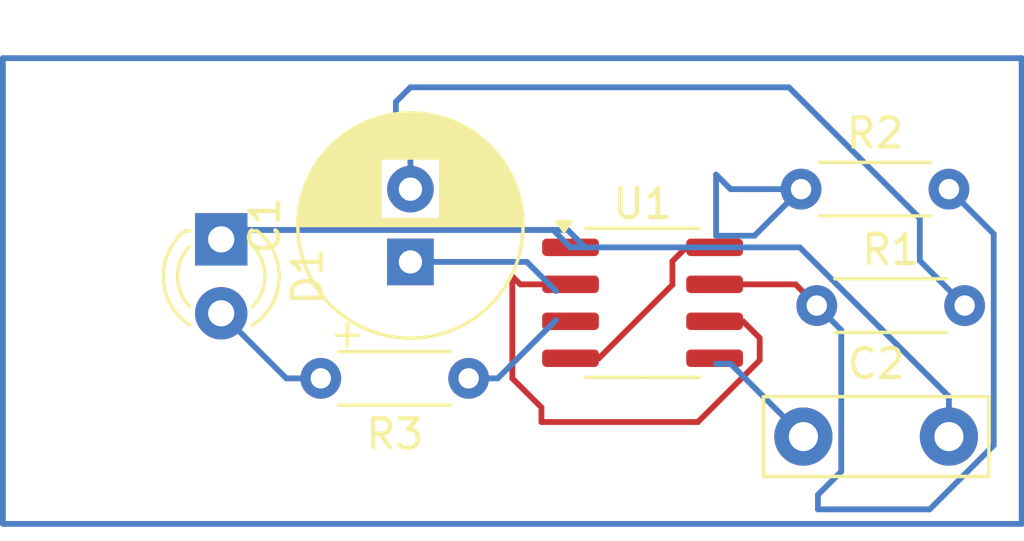
<source format=kicad_pcb>
(kicad_pcb (version 20240108) (generator "pcbnew") (generator_version "8.0")
  (layers (0 "F.Cu" signal) (31 "B.Cu" signal) (34 "B.Paste" user) (35 "F.Paste" user) (36 "B.SilkS" user "B.Silkscreen") (37 "F.SilkS" user "F.Silkscreen") (38 "B.Mask" user) (39 "F.Mask" user) (44 "Edge.Cuts" user))
  (net 0 "")
  (net 1 "Net-(C1-Pad2)")
  (net 2 "Net-(U1-THR)")
  (net 3 "Earth")
  (net 4 "Net-(U1-CV)")
  (net 5 "Net-(D1-A)")
  (net 6 "Net-(U1-DIS)")
  (net 7 "+9V")
  (net 8 "Net-(U1-Q)")
  (footprint "Resistor_THT:R_Axial_DIN0204_L3.6mm_D1.6mm_P5.08mm_Horizontal" (layer "F.Cu") (at 142.96 112.5)
    (property "Reference" "R1" (at 2.54 -1.92 0) (layer "F.SilkS"))
    (property "Value" "10K")
    (fp_line (start 0.62 -0.92) (end 4.46 -0.92) (stroke (width 0.12)) (layer "F.SilkS"))
    (fp_line (start 0.62 0.92) (end 4.46 0.92) (stroke (width 0.12)) (layer "F.SilkS"))
    (pad "1" thru_hole circle (at 0 0) (size 1.4 1.4) (drill 0.7) (layers "*.Cu" "*.Mask") (net 6 "Net-(U1-DIS)"))
    (pad "2" thru_hole oval (at 5.08 0) (size 1.4 1.4) (drill 0.7) (layers "*.Cu" "*.Mask") (net 1 "Net-(C1-Pad2)"))
  )
  (footprint "Resistor_THT:R_Axial_DIN0204_L3.6mm_D1.6mm_P5.08mm_Horizontal" (layer "F.Cu") (at 142.42 108.5)
    (property "Reference" "R2" (at 2.54 -1.92 0) (layer "F.SilkS"))
    (property "Value" "1K")
    (fp_line (start 0.62 -0.92) (end 4.46 -0.92) (stroke (width 0.12)) (layer "F.SilkS"))
    (fp_line (start 0.62 0.92) (end 4.46 0.92) (stroke (width 0.12)) (layer "F.SilkS"))
    (pad "1" thru_hole circle (at 0 0) (size 1.4 1.4) (drill 0.7) (layers "*.Cu" "*.Mask") (net 7 "+9V"))
    (pad "2" thru_hole oval (at 5.08 0) (size 1.4 1.4) (drill 0.7) (layers "*.Cu" "*.Mask") (net 6 "Net-(U1-DIS)"))
  )
  (footprint "LED_THT:LED_D3.0mm" (layer "F.Cu") (at 122.5 110.225 -90)
    (property "Reference" "D1" (at 1.27 -2.96 90) (layer "F.SilkS"))
    (property "Value" "LED")
    (fp_line (start -0.29 1.08) (end -0.29 1.236) (stroke (width 0.12)) (layer "F.SilkS"))
    (fp_line (start -0.29 -1.236) (end -0.29 -1.08) (stroke (width 0.12)) (layer "F.SilkS"))
    (fp_arc (start 2.31113 1.079837) (mid 1.270117 1.5) (end 0.229039 1.08) (stroke (width 0.12)) (layer "F.SilkS"))
    (fp_arc (start 2.942335 1.078608) (mid 1.366487 1.987659) (end -0.29 1.235516) (stroke (width 0.12)) (layer "F.SilkS"))
    (fp_arc (start 0.229039 -1.08) (mid 1.270117 -1.5) (end 2.31113 -1.079837) (stroke (width 0.12)) (layer "F.SilkS"))
    (fp_arc (start -0.29 -1.235516) (mid 1.366487 -1.987659) (end 2.942335 -1.078608) (stroke (width 0.12)) (layer "F.SilkS"))
    (pad "1" thru_hole rect (at 0 0 270) (size 1.8 1.8) (drill 0.9) (layers "*.Cu" "*.Mask") (net 3 "Earth"))
    (pad "2" thru_hole circle (at 2.54 0 270) (size 1.8 1.8) (drill 0.9) (layers "*.Cu" "*.Mask") (net 5 "Net-(D1-A)"))
  )
  (footprint "Package_SO:SOIC-8_3.9x4.9mm_P1.27mm" (layer "F.Cu") (at 136.975 112.405)
    (property "Reference" "U1" (at 0 -3.4 0) (layer "F.SilkS"))
    (property "Value" "LM555xM")
    (fp_line (start 0 -2.56) (end -1.95 -2.56) (stroke (width 0.12)) (layer "F.SilkS"))
    (fp_line (start 0 -2.56) (end 1.95 -2.56) (stroke (width 0.12)) (layer "F.SilkS"))
    (fp_line (start 0 2.56) (end -1.95 2.56) (stroke (width 0.12)) (layer "F.SilkS"))
    (fp_line (start 0 2.56) (end 1.95 2.56) (stroke (width 0.12)) (layer "F.SilkS"))
    (fp_poly (pts (xy -2.7 -2.465) (xy -2.94 -2.795) (xy -2.46 -2.795) (xy -2.7 -2.465)) (stroke (width 0.12)) (fill solid) (layer "F.SilkS"))
    (pad "1" smd roundrect (at -2.475 -1.905) (size 1.95 0.6) (layers "F.Cu" "F.Paste" "F.Mask") (net 3 "Earth"))
    (pad "2" smd roundrect (at -2.475 -0.635) (size 1.95 0.6) (layers "F.Cu" "F.Paste" "F.Mask") (net 2 "Net-(U1-THR)"))
    (pad "3" smd roundrect (at -2.475 0.635) (size 1.95 0.6) (layers "F.Cu" "F.Paste" "F.Mask") (net 8 "Net-(U1-Q)"))
    (pad "4" smd roundrect (at -2.475 1.905) (size 1.95 0.6) (layers "F.Cu" "F.Paste" "F.Mask") (net 7 "+9V"))
    (pad "5" smd roundrect (at 2.475 1.905) (size 1.95 0.6) (layers "F.Cu" "F.Paste" "F.Mask") (net 4 "Net-(U1-CV)"))
    (pad "6" smd roundrect (at 2.475 0.635) (size 1.95 0.6) (layers "F.Cu" "F.Paste" "F.Mask") (net 2 "Net-(U1-THR)"))
    (pad "7" smd roundrect (at 2.475 -0.635) (size 1.95 0.6) (layers "F.Cu" "F.Paste" "F.Mask") (net 6 "Net-(U1-DIS)"))
    (pad "8" smd roundrect (at 2.475 -1.905) (size 1.95 0.6) (layers "F.Cu" "F.Paste" "F.Mask") (net 7 "+9V"))
  )
  (footprint "Resistor_THT:R_Axial_DIN0204_L3.6mm_D1.6mm_P5.08mm_Horizontal" (layer "F.Cu") (at 131 115 180)
    (property "Reference" "R3" (at 2.54 -1.92 360) (layer "F.SilkS"))
    (property "Value" "1K")
    (fp_line (start 0.62 0.92) (end 4.46 0.92) (stroke (width 0.12)) (layer "F.SilkS"))
    (fp_line (start 0.62 -0.92) (end 4.46 -0.92) (stroke (width 0.12)) (layer "F.SilkS"))
    (pad "1" thru_hole circle (at 0 0 180) (size 1.4 1.4) (drill 0.7) (layers "*.Cu" "*.Mask") (net 8 "Net-(U1-Q)"))
    (pad "2" thru_hole oval (at 5.08 0 180) (size 1.4 1.4) (drill 0.7) (layers "*.Cu" "*.Mask") (net 5 "Net-(D1-A)"))
  )
  (footprint "Capacitor_THT:CP_Radial_D7.5mm_P2.50mm" (layer "F.Cu") (at 129 111 90)
    (property "Reference" "C1" (at 1.25 -5 90) (layer "F.SilkS"))
    (property "Value" "10uF")
    (fp_line (start 1.33 -3.83) (end 1.33 3.83) (stroke (width 0.12)) (layer "F.SilkS"))
    (fp_line (start 1.29 -3.83) (end 1.29 3.83) (stroke (width 0.12)) (layer "F.SilkS"))
    (fp_line (start 1.25 -3.83) (end 1.25 3.83) (stroke (width 0.12)) (layer "F.SilkS"))
    (fp_line (start 1.37 -3.829) (end 1.37 3.829) (stroke (width 0.12)) (layer "F.SilkS"))
    (fp_line (start 1.41 -3.827) (end 1.41 3.827) (stroke (width 0.12)) (layer "F.SilkS"))
    (fp_line (start 1.45 -3.825) (end 1.45 3.825) (stroke (width 0.12)) (layer "F.SilkS"))
    (fp_line (start 1.49 -3.823) (end 1.49 -1.04) (stroke (width 0.12)) (layer "F.SilkS"))
    (fp_line (start 1.53 -3.82) (end 1.53 -1.04) (stroke (width 0.12)) (layer "F.SilkS"))
    (fp_line (start 1.57 -3.817) (end 1.57 -1.04) (stroke (width 0.12)) (layer "F.SilkS"))
    (fp_line (start 1.61 -3.814) (end 1.61 -1.04) (stroke (width 0.12)) (layer "F.SilkS"))
    (fp_line (start 1.65 -3.81) (end 1.65 -1.04) (stroke (width 0.12)) (layer "F.SilkS"))
    (fp_line (start 1.69 -3.805) (end 1.69 -1.04) (stroke (width 0.12)) (layer "F.SilkS"))
    (fp_line (start 1.73 -3.801) (end 1.73 -1.04) (stroke (width 0.12)) (layer "F.SilkS"))
    (fp_line (start 1.77 -3.795) (end 1.77 -1.04) (stroke (width 0.12)) (layer "F.SilkS"))
    (fp_line (start 1.81 -3.79) (end 1.81 -1.04) (stroke (width 0.12)) (layer "F.SilkS"))
    (fp_line (start 1.85 -3.784) (end 1.85 -1.04) (stroke (width 0.12)) (layer "F.SilkS"))
    (fp_line (start 1.89 -3.777) (end 1.89 -1.04) (stroke (width 0.12)) (layer "F.SilkS"))
    (fp_line (start 1.93 -3.77) (end 1.93 -1.04) (stroke (width 0.12)) (layer "F.SilkS"))
    (fp_line (start 1.971 -3.763) (end 1.971 -1.04) (stroke (width 0.12)) (layer "F.SilkS"))
    (fp_line (start 2.011 -3.755) (end 2.011 -1.04) (stroke (width 0.12)) (layer "F.SilkS"))
    (fp_line (start 2.051 -3.747) (end 2.051 -1.04) (stroke (width 0.12)) (layer "F.SilkS"))
    (fp_line (start 2.091 -3.738) (end 2.091 -1.04) (stroke (width 0.12)) (layer "F.SilkS"))
    (fp_line (start 2.131 -3.729) (end 2.131 -1.04) (stroke (width 0.12)) (layer "F.SilkS"))
    (fp_line (start 2.171 -3.72) (end 2.171 -1.04) (stroke (width 0.12)) (layer "F.SilkS"))
    (fp_line (start 2.211 -3.71) (end 2.211 -1.04) (stroke (width 0.12)) (layer "F.SilkS"))
    (fp_line (start 2.251 -3.699) (end 2.251 -1.04) (stroke (width 0.12)) (layer "F.SilkS"))
    (fp_line (start 2.291 -3.688) (end 2.291 -1.04) (stroke (width 0.12)) (layer "F.SilkS"))
    (fp_line (start 2.331 -3.677) (end 2.331 -1.04) (stroke (width 0.12)) (layer "F.SilkS"))
    (fp_line (start 2.371 -3.665) (end 2.371 -1.04) (stroke (width 0.12)) (layer "F.SilkS"))
    (fp_line (start 2.411 -3.653) (end 2.411 -1.04) (stroke (width 0.12)) (layer "F.SilkS"))
    (fp_line (start 2.451 -3.64) (end 2.451 -1.04) (stroke (width 0.12)) (layer "F.SilkS"))
    (fp_line (start 2.491 -3.626) (end 2.491 -1.04) (stroke (width 0.12)) (layer "F.SilkS"))
    (fp_line (start 2.531 -3.613) (end 2.531 -1.04) (stroke (width 0.12)) (layer "F.SilkS"))
    (fp_line (start 2.571 -3.598) (end 2.571 -1.04) (stroke (width 0.12)) (layer "F.SilkS"))
    (fp_line (start 2.611 -3.584) (end 2.611 -1.04) (stroke (width 0.12)) (layer "F.SilkS"))
    (fp_line (start 2.651 -3.568) (end 2.651 -1.04) (stroke (width 0.12)) (layer "F.SilkS"))
    (fp_line (start 2.691 -3.553) (end 2.691 -1.04) (stroke (width 0.12)) (layer "F.SilkS"))
    (fp_line (start 2.731 -3.536) (end 2.731 -1.04) (stroke (width 0.12)) (layer "F.SilkS"))
    (fp_line (start 2.771 -3.52) (end 2.771 -1.04) (stroke (width 0.12)) (layer "F.SilkS"))
    (fp_line (start 2.811 -3.502) (end 2.811 -1.04) (stroke (width 0.12)) (layer "F.SilkS"))
    (fp_line (start 2.851 -3.484) (end 2.851 -1.04) (stroke (width 0.12)) (layer "F.SilkS"))
    (fp_line (start 2.891 -3.466) (end 2.891 -1.04) (stroke (width 0.12)) (layer "F.SilkS"))
    (fp_line (start 2.931 -3.447) (end 2.931 -1.04) (stroke (width 0.12)) (layer "F.SilkS"))
    (fp_line (start 2.971 -3.427) (end 2.971 -1.04) (stroke (width 0.12)) (layer "F.SilkS"))
    (fp_line (start 3.011 -3.407) (end 3.011 -1.04) (stroke (width 0.12)) (layer "F.SilkS"))
    (fp_line (start 3.051 -3.386) (end 3.051 -1.04) (stroke (width 0.12)) (layer "F.SilkS"))
    (fp_line (start 3.091 -3.365) (end 3.091 -1.04) (stroke (width 0.12)) (layer "F.SilkS"))
    (fp_line (start 3.131 -3.343) (end 3.131 -1.04) (stroke (width 0.12)) (layer "F.SilkS"))
    (fp_line (start 3.171 -3.321) (end 3.171 -1.04) (stroke (width 0.12)) (layer "F.SilkS"))
    (fp_line (start 3.211 -3.297) (end 3.211 -1.04) (stroke (width 0.12)) (layer "F.SilkS"))
    (fp_line (start 3.251 -3.274) (end 3.251 -1.04) (stroke (width 0.12)) (layer "F.SilkS"))
    (fp_line (start 3.291 -3.249) (end 3.291 -1.04) (stroke (width 0.12)) (layer "F.SilkS"))
    (fp_line (start 3.331 -3.224) (end 3.331 -1.04) (stroke (width 0.12)) (layer "F.SilkS"))
    (fp_line (start 3.371 -3.198) (end 3.371 -1.04) (stroke (width 0.12)) (layer "F.SilkS"))
    (fp_line (start 3.411 -3.172) (end 3.411 -1.04) (stroke (width 0.12)) (layer "F.SilkS"))
    (fp_line (start 3.451 -3.144) (end 3.451 -1.04) (stroke (width 0.12)) (layer "F.SilkS"))
    (fp_line (start 3.491 -3.116) (end 3.491 -1.04) (stroke (width 0.12)) (layer "F.SilkS"))
    (fp_line (start 3.531 -3.088) (end 3.531 -1.04) (stroke (width 0.12)) (layer "F.SilkS"))
    (fp_line (start 3.571 -3.058) (end 3.571 3.058) (stroke (width 0.12)) (layer "F.SilkS"))
    (fp_line (start 3.611 -3.028) (end 3.611 3.028) (stroke (width 0.12)) (layer "F.SilkS"))
    (fp_line (start 3.651 -2.996) (end 3.651 2.996) (stroke (width 0.12)) (layer "F.SilkS"))
    (fp_line (start 3.691 -2.964) (end 3.691 2.964) (stroke (width 0.12)) (layer "F.SilkS"))
    (fp_line (start 3.731 -2.931) (end 3.731 2.931) (stroke (width 0.12)) (layer "F.SilkS"))
    (fp_line (start 3.771 -2.898) (end 3.771 2.898) (stroke (width 0.12)) (layer "F.SilkS"))
    (fp_line (start 3.811 -2.863) (end 3.811 2.863) (stroke (width 0.12)) (layer "F.SilkS"))
    (fp_line (start 3.851 -2.827) (end 3.851 2.827) (stroke (width 0.12)) (layer "F.SilkS"))
    (fp_line (start 3.891 -2.79) (end 3.891 2.79) (stroke (width 0.12)) (layer "F.SilkS"))
    (fp_line (start 3.931 -2.752) (end 3.931 2.752) (stroke (width 0.12)) (layer "F.SilkS"))
    (fp_line (start 3.971 -2.713) (end 3.971 2.713) (stroke (width 0.12)) (layer "F.SilkS"))
    (fp_line (start 4.011 -2.673) (end 4.011 2.673) (stroke (width 0.12)) (layer "F.SilkS"))
    (fp_line (start 4.051 -2.632) (end 4.051 2.632) (stroke (width 0.12)) (layer "F.SilkS"))
    (fp_line (start 4.091 -2.589) (end 4.091 2.589) (stroke (width 0.12)) (layer "F.SilkS"))
    (fp_line (start -2.517211 -2.55) (end -2.517211 -1.8) (stroke (width 0.12)) (layer "F.SilkS"))
    (fp_line (start 4.131 -2.546) (end 4.131 2.546) (stroke (width 0.12)) (layer "F.SilkS"))
    (fp_line (start 4.171 -2.5) (end 4.171 2.5) (stroke (width 0.12)) (layer "F.SilkS"))
    (fp_line (start 4.211 -2.454) (end 4.211 2.454) (stroke (width 0.12)) (layer "F.SilkS"))
    (fp_line (start 4.251 -2.405) (end 4.251 2.405) (stroke (width 0.12)) (layer "F.SilkS"))
    (fp_line (start 4.291 -2.355) (end 4.291 2.355) (stroke (width 0.12)) (layer "F.SilkS"))
    (fp_line (start 4.331 -2.304) (end 4.331 2.304) (stroke (width 0.12)) (layer "F.SilkS"))
    (fp_line (start 4.371 -2.25) (end 4.371 2.25) (stroke (width 0.12)) (layer "F.SilkS"))
    (fp_line (start 4.411 -2.195) (end 4.411 2.195) (stroke (width 0.12)) (layer "F.SilkS"))
    (fp_line (start -2.892211 -2.175) (end -2.142211 -2.175) (stroke (width 0.12)) (layer "F.SilkS"))
    (fp_line (start 4.451 -2.137) (end 4.451 2.137) (stroke (width 0.12)) (layer "F.SilkS"))
    (fp_line (start 4.491 -2.077) (end 4.491 2.077) (stroke (width 0.12)) (layer "F.SilkS"))
    (fp_line (start 4.531 -2.014) (end 4.531 2.014) (stroke (width 0.12)) (layer "F.SilkS"))
    (fp_line (start 4.571 -1.949) (end 4.571 1.949) (stroke (width 0.12)) (layer "F.SilkS"))
    (fp_line (start 4.611 -1.881) (end 4.611 1.881) (stroke (width 0.12)) (layer "F.SilkS"))
    (fp_line (start 4.651 -1.809) (end 4.651 1.809) (stroke (width 0.12)) (layer "F.SilkS"))
    (fp_line (start 4.691 -1.733) (end 4.691 1.733) (stroke (width 0.12)) (layer "F.SilkS"))
    (fp_line (start 4.731 -1.654) (end 4.731 1.654) (stroke (width 0.12)) (layer "F.SilkS"))
    (fp_line (start 4.771 -1.569) (end 4.771 1.569) (stroke (width 0.12)) (layer "F.SilkS"))
    (fp_line (start 4.811 -1.478) (end 4.811 1.478) (stroke (width 0.12)) (layer "F.SilkS"))
    (fp_line (start 4.851 -1.381) (end 4.851 1.381) (stroke (width 0.12)) (layer "F.SilkS"))
    (fp_line (start 4.891 -1.275) (end 4.891 1.275) (stroke (width 0.12)) (layer "F.SilkS"))
    (fp_line (start 4.931 -1.158) (end 4.931 1.158) (stroke (width 0.12)) (layer "F.SilkS"))
    (fp_line (start 4.971 -1.028) (end 4.971 1.028) (stroke (width 0.12)) (layer "F.SilkS"))
    (fp_line (start 5.011 -0.877) (end 5.011 0.877) (stroke (width 0.12)) (layer "F.SilkS"))
    (fp_line (start 5.051 -0.693) (end 5.051 0.693) (stroke (width 0.12)) (layer "F.SilkS"))
    (fp_line (start 5.091 -0.441) (end 5.091 0.441) (stroke (width 0.12)) (layer "F.SilkS"))
    (fp_line (start 3.531 1.04) (end 3.531 3.088) (stroke (width 0.12)) (layer "F.SilkS"))
    (fp_line (start 3.491 1.04) (end 3.491 3.116) (stroke (width 0.12)) (layer "F.SilkS"))
    (fp_line (start 3.451 1.04) (end 3.451 3.144) (stroke (width 0.12)) (layer "F.SilkS"))
    (fp_line (start 3.411 1.04) (end 3.411 3.172) (stroke (width 0.12)) (layer "F.SilkS"))
    (fp_line (start 3.371 1.04) (end 3.371 3.198) (stroke (width 0.12)) (layer "F.SilkS"))
    (fp_line (start 3.331 1.04) (end 3.331 3.224) (stroke (width 0.12)) (layer "F.SilkS"))
    (fp_line (start 3.291 1.04) (end 3.291 3.249) (stroke (width 0.12)) (layer "F.SilkS"))
    (fp_line (start 3.251 1.04) (end 3.251 3.274) (stroke (width 0.12)) (layer "F.SilkS"))
    (fp_line (start 3.211 1.04) (end 3.211 3.297) (stroke (width 0.12)) (layer "F.SilkS"))
    (fp_line (start 3.171 1.04) (end 3.171 3.321) (stroke (width 0.12)) (layer "F.SilkS"))
    (fp_line (start 3.131 1.04) (end 3.131 3.343) (stroke (width 0.12)) (layer "F.SilkS"))
    (fp_line (start 3.091 1.04) (end 3.091 3.365) (stroke (width 0.12)) (layer "F.SilkS"))
    (fp_line (start 3.051 1.04) (end 3.051 3.386) (stroke (width 0.12)) (layer "F.SilkS"))
    (fp_line (start 3.011 1.04) (end 3.011 3.407) (stroke (width 0.12)) (layer "F.SilkS"))
    (fp_line (start 2.971 1.04) (end 2.971 3.427) (stroke (width 0.12)) (layer "F.SilkS"))
    (fp_line (start 2.931 1.04) (end 2.931 3.447) (stroke (width 0.12)) (layer "F.SilkS"))
    (fp_line (start 2.891 1.04) (end 2.891 3.466) (stroke (width 0.12)) (layer "F.SilkS"))
    (fp_line (start 2.851 1.04) (end 2.851 3.484) (stroke (width 0.12)) (layer "F.SilkS"))
    (fp_line (start 2.811 1.04) (end 2.811 3.502) (stroke (width 0.12)) (layer "F.SilkS"))
    (fp_line (start 2.771 1.04) (end 2.771 3.52) (stroke (width 0.12)) (layer "F.SilkS"))
    (fp_line (start 2.731 1.04) (end 2.731 3.536) (stroke (width 0.12)) (layer "F.SilkS"))
    (fp_line (start 2.691 1.04) (end 2.691 3.553) (stroke (width 0.12)) (layer "F.SilkS"))
    (fp_line (start 2.651 1.04) (end 2.651 3.568) (stroke (width 0.12)) (layer "F.SilkS"))
    (fp_line (start 2.611 1.04) (end 2.611 3.584) (stroke (width 0.12)) (layer "F.SilkS"))
    (fp_line (start 2.571 1.04) (end 2.571 3.598) (stroke (width 0.12)) (layer "F.SilkS"))
    (fp_line (start 2.531 1.04) (end 2.531 3.613) (stroke (width 0.12)) (layer "F.SilkS"))
    (fp_line (start 2.491 1.04) (end 2.491 3.626) (stroke (width 0.12)) (layer "F.SilkS"))
    (fp_line (start 2.451 1.04) (end 2.451 3.64) (stroke (width 0.12)) (layer "F.SilkS"))
    (fp_line (start 2.411 1.04) (end 2.411 3.653) (stroke (width 0.12)) (layer "F.SilkS"))
    (fp_line (start 2.371 1.04) (end 2.371 3.665) (stroke (width 0.12)) (layer "F.SilkS"))
    (fp_line (start 2.331 1.04) (end 2.331 3.677) (stroke (width 0.12)) (layer "F.SilkS"))
    (fp_line (start 2.291 1.04) (end 2.291 3.688) (stroke (width 0.12)) (layer "F.SilkS"))
    (fp_line (start 2.251 1.04) (end 2.251 3.699) (stroke (width 0.12)) (layer "F.SilkS"))
    (fp_line (start 2.211 1.04) (end 2.211 3.71) (stroke (width 0.12)) (layer "F.SilkS"))
    (fp_line (start 2.171 1.04) (end 2.171 3.72) (stroke (width 0.12)) (layer "F.SilkS"))
    (fp_line (start 2.131 1.04) (end 2.131 3.729) (stroke (width 0.12)) (layer "F.SilkS"))
    (fp_line (start 2.091 1.04) (end 2.091 3.738) (stroke (width 0.12)) (layer "F.SilkS"))
    (fp_line (start 2.051 1.04) (end 2.051 3.747) (stroke (width 0.12)) (layer "F.SilkS"))
    (fp_line (start 2.011 1.04) (end 2.011 3.755) (stroke (width 0.12)) (layer "F.SilkS"))
    (fp_line (start 1.971 1.04) (end 1.971 3.763) (stroke (width 0.12)) (layer "F.SilkS"))
    (fp_line (start 1.93 1.04) (end 1.93 3.77) (stroke (width 0.12)) (layer "F.SilkS"))
    (fp_line (start 1.89 1.04) (end 1.89 3.777) (stroke (width 0.12)) (layer "F.SilkS"))
    (fp_line (start 1.85 1.04) (end 1.85 3.784) (stroke (width 0.12)) (layer "F.SilkS"))
    (fp_line (start 1.81 1.04) (end 1.81 3.79) (stroke (width 0.12)) (layer "F.SilkS"))
    (fp_line (start 1.77 1.04) (end 1.77 3.795) (stroke (width 0.12)) (layer "F.SilkS"))
    (fp_line (start 1.73 1.04) (end 1.73 3.801) (stroke (width 0.12)) (layer "F.SilkS"))
    (fp_line (start 1.69 1.04) (end 1.69 3.805) (stroke (width 0.12)) (layer "F.SilkS"))
    (fp_line (start 1.65 1.04) (end 1.65 3.81) (stroke (width 0.12)) (layer "F.SilkS"))
    (fp_line (start 1.61 1.04) (end 1.61 3.814) (stroke (width 0.12)) (layer "F.SilkS"))
    (fp_line (start 1.57 1.04) (end 1.57 3.817) (stroke (width 0.12)) (layer "F.SilkS"))
    (fp_line (start 1.53 1.04) (end 1.53 3.82) (stroke (width 0.12)) (layer "F.SilkS"))
    (fp_line (start 1.49 1.04) (end 1.49 3.823) (stroke (width 0.12)) (layer "F.SilkS"))
    (fp_circle (center 1.25 0) (end 5.12 0) (stroke (width 0.12)) (fill none) (layer "F.SilkS"))
    (pad "1" thru_hole rect (at 0 0 90) (size 1.6 1.6) (drill 0.8) (layers "*.Cu" "*.Mask") (net 2 "Net-(U1-THR)"))
    (pad "2" thru_hole circle (at 2.5 0 90) (size 1.6 1.6) (drill 0.8) (layers "*.Cu" "*.Mask") (net 1 "Net-(C1-Pad2)"))
  )
  (footprint "Capacitor_THT:C_Disc_D7.5mm_W2.5mm_P5.00mm" (layer "F.Cu") (at 142.5 117)
    (property "Reference" "C2" (at 2.5 -2.5 0) (layer "F.SilkS"))
    (property "Value" "0.1uF")
    (fp_line (start -1.37 -1.37) (end -1.37 1.37) (stroke (width 0.12)) (layer "F.SilkS"))
    (fp_line (start -1.37 -1.37) (end 6.37 -1.37) (stroke (width 0.12)) (layer "F.SilkS"))
    (fp_line (start -1.37 1.37) (end 6.37 1.37) (stroke (width 0.12)) (layer "F.SilkS"))
    (fp_line (start 6.37 -1.37) (end 6.37 1.37) (stroke (width 0.12)) (layer "F.SilkS"))
    (pad "1" thru_hole circle (at 0 0) (size 2 2) (drill 1) (layers "*.Cu" "*.Mask") (net 4 "Net-(U1-CV)"))
    (pad "2" thru_hole circle (at 5 0) (size 2 2) (drill 1) (layers "*.Cu" "*.Mask") (net 3 "Earth"))
  )
  (gr_line (start 150 104) (end 150 120) (stroke (width 0.2)) (layer "B.Cu"))
  (gr_line (start 150 120) (end 115 120) (stroke (width 0.2)) (layer "B.Cu"))
  (gr_line (start 115 104) (end 150 104) (stroke (width 0.2)) (layer "B.Cu"))
  (gr_line (start 115 120) (end 115 104) (stroke (width 0.2)) (layer "B.Cu"))
  (segment (start 146.5 109.5) (end 142 105) (width 0.2) (layer "B.Cu") (net 1))
  (segment (start 129 105) (end 128.5 105.5) (width 0.2) (layer "B.Cu") (net 1))
  (segment (start 146.5 110.96) (end 146.5 109.5) (width 0.2) (layer "B.Cu") (net 1))
  (segment (start 128.5 106) (end 129 106.5) (width 0.2) (layer "B.Cu") (net 1))
  (segment (start 129 106.5) (end 129 108.5) (width 0.2) (layer "B.Cu") (net 1))
  (segment (start 142 105) (end 129 105) (width 0.2) (layer "B.Cu") (net 1))
  (segment (start 128.5 105.5) (end 128.5 106) (width 0.2) (layer "B.Cu") (net 1))
  (segment (start 148.04 112.5) (end 146.5 110.96) (width 0.2) (layer "B.Cu") (net 1))
  (segment (start 141 114.375552) (end 138.875552 116.5) (width 0.2) (layer "F.Cu") (net 2))
  (segment (start 138.875552 116.5) (end 133.5 116.5) (width 0.2) (layer "F.Cu") (net 2))
  (segment (start 133.5 116) (end 132.5 115) (width 0.2) (layer "F.Cu") (net 2))
  (segment (start 141 113.615001) (end 141 114.375552) (width 0.2) (layer "F.Cu") (net 2))
  (segment (start 132.5 111.5) (end 132.77 111.77) (width 0.2) (layer "F.Cu") (net 2))
  (segment (start 139.45 113.04) (end 140.424999 113.04) (width 0.2) (layer "F.Cu") (net 2))
  (segment (start 132.77 111.77) (end 134.5 111.77) (width 0.2) (layer "F.Cu") (net 2))
  (segment (start 140.424999 113.04) (end 141 113.615001) (width 0.2) (layer "F.Cu") (net 2))
  (segment (start 133.5 116.5) (end 133.5 116) (width 0.2) (layer "F.Cu") (net 2))
  (segment (start 132.5 115) (end 132.5 111.5) (width 0.2) (layer "F.Cu") (net 2))
  (segment (start 133 111) (end 134 112) (width 0.2) (layer "B.Cu") (net 2))
  (segment (start 129 111) (end 133 111) (width 0.2) (layer "B.Cu") (net 2))
  (segment (start 147.5 115.625786) (end 147.5 117) (width 0.2) (layer "B.Cu") (net 3))
  (segment (start 134.5 110.5) (end 135 110.5) (width 0.2) (layer "B.Cu") (net 3))
  (segment (start 134.4 109.9) (end 122.825 109.9) (width 0.2) (layer "B.Cu") (net 3))
  (segment (start 142.374214 110.5) (end 147.5 115.625786) (width 0.2) (layer "B.Cu") (net 3))
  (segment (start 133.9 109.9) (end 134.5 110.5) (width 0.2) (layer "B.Cu") (net 3))
  (segment (start 122.825 109.9) (end 133.9 109.9) (width 0.2) (layer "B.Cu") (net 3))
  (segment (start 135 110.5) (end 134.4 109.9) (width 0.2) (layer "B.Cu") (net 3))
  (segment (start 135 110.5) (end 142.374214 110.5) (width 0.2) (layer "B.Cu") (net 3))
  (segment (start 122.825 109.9) (end 122.5 110.225) (width 0.2) (layer "B.Cu") (net 3))
  (segment (start 140 114.5) (end 139.5 114.5) (width 0.2) (layer "B.Cu") (net 4))
  (segment (start 140 114.5) (end 142.5 117) (width 0.2) (layer "B.Cu") (net 4))
  (segment (start 124.735 115) (end 122.5 112.765) (width 0.2) (layer "B.Cu") (net 5))
  (segment (start 125.92 115) (end 124.735 115) (width 0.2) (layer "B.Cu") (net 5))
  (segment (start 139.45 111.77) (end 142.23 111.77) (width 0.2) (layer "F.Cu") (net 6))
  (segment (start 142.23 111.77) (end 142.96 112.5) (width 0.2) (layer "F.Cu") (net 6))
  (segment (start 143.8 118.2) (end 143.8 113.34) (width 0.2) (layer "B.Cu") (net 6))
  (segment (start 143 119) (end 143.8 118.2) (width 0.2) (layer "B.Cu") (net 6))
  (segment (start 146.838478 119.5) (end 143 119.5) (width 0.2) (layer "B.Cu") (net 6))
  (segment (start 147.5 108.5) (end 149.04 110.04) (width 0.2) (layer "B.Cu") (net 6))
  (segment (start 143.8 113.34) (end 142.96 112.5) (width 0.2) (layer "B.Cu") (net 6))
  (segment (start 149.04 110.04) (end 149.04 117.298478) (width 0.2) (layer "B.Cu") (net 6))
  (segment (start 149.04 117.298478) (end 146.838478 119.5) (width 0.2) (layer "B.Cu") (net 6))
  (segment (start 143 119.5) (end 143 119) (width 0.2) (layer "B.Cu") (net 6))
  (segment (start 134.5 114.31) (end 135.474999 114.31) (width 0.2) (layer "F.Cu") (net 7))
  (segment (start 138 111.784999) (end 138 110.975001) (width 0.2) (layer "F.Cu") (net 7))
  (segment (start 138.475001 110.5) (end 139.45 110.5) (width 0.2) (layer "F.Cu") (net 7))
  (segment (start 135.474999 114.31) (end 138 111.784999) (width 0.2) (layer "F.Cu") (net 7))
  (segment (start 138 110.975001) (end 138.475001 110.5) (width 0.2) (layer "F.Cu") (net 7))
  (segment (start 140.82 110.1) (end 142.42 108.5) (width 0.2) (layer "B.Cu") (net 7))
  (segment (start 142.42 108.5) (end 140 108.5) (width 0.2) (layer "B.Cu") (net 7))
  (segment (start 139.5 108) (end 139.5 110.1) (width 0.2) (layer "B.Cu") (net 7))
  (segment (start 139.5 110.1) (end 140.82 110.1) (width 0.2) (layer "B.Cu") (net 7))
  (segment (start 140 108.5) (end 139.5 108) (width 0.2) (layer "B.Cu") (net 7))
  (segment (start 132 115) (end 134 113) (width 0.2) (layer "B.Cu") (net 8))
  (segment (start 132 115) (end 131 115) (width 0.2) (layer "B.Cu") (net 8))
)
</source>
